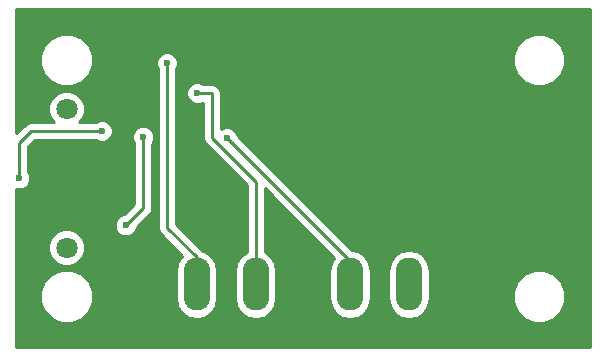
<source format=gbr>
G04 #@! TF.GenerationSoftware,KiCad,Pcbnew,(2017-03-04 revision f18196186)-makepkg*
G04 #@! TF.CreationDate,2017-04-23T22:00:32+02:00*
G04 #@! TF.ProjectId,SPI PT100,5350492050543130302E6B696361645F,1.0*
G04 #@! TF.FileFunction,Copper,L2,Bot,Signal*
G04 #@! TF.FilePolarity,Positive*
%FSLAX46Y46*%
G04 Gerber Fmt 4.6, Leading zero omitted, Abs format (unit mm)*
G04 Created by KiCad (PCBNEW (2017-03-04 revision f18196186)-makepkg) date 04/23/17 22:00:32*
%MOMM*%
%LPD*%
G01*
G04 APERTURE LIST*
%ADD10C,0.100000*%
%ADD11O,2.250000X4.500000*%
%ADD12C,1.800000*%
%ADD13C,0.600000*%
%ADD14C,0.250000*%
%ADD15C,0.254000*%
G04 APERTURE END LIST*
D10*
D11*
X29000000Y1000000D03*
X24000000Y1000000D03*
X16000000Y1000000D03*
X11000000Y1000000D03*
D12*
X0Y4132500D03*
X0Y15867500D03*
D13*
X13590000Y13400000D03*
X11500000Y13000000D03*
X22000000Y18500000D03*
X20500000Y8500000D03*
X-3000000Y16000000D03*
X7500000Y9500000D03*
X5000000Y10500000D03*
X10500000Y7500000D03*
X8510000Y19750000D03*
X-4000000Y10000000D03*
X3000000Y14000000D03*
X5000000Y6000000D03*
X6500000Y13500000D03*
X11050000Y17210000D03*
D14*
X13590000Y13400000D02*
X24000000Y2990000D01*
X24000000Y2990000D02*
X24000000Y1000000D01*
X11000000Y1000000D02*
X11000000Y3290000D01*
X8510000Y5780000D02*
X8510000Y19750000D01*
X11000000Y3290000D02*
X8510000Y5780000D01*
X-4000000Y13000000D02*
X-4000000Y10000000D01*
X-3000000Y14000000D02*
X-4000000Y13000000D01*
X3000000Y14000000D02*
X-3000000Y14000000D01*
X5000000Y6000000D02*
X6500000Y7500000D01*
X6500000Y7500000D02*
X6500000Y13500000D01*
X16000000Y1000000D02*
X16000000Y9720000D01*
X12320000Y17210000D02*
X11050000Y17210000D01*
X12320000Y13400000D02*
X12320000Y17210000D01*
X16000000Y9720000D02*
X12320000Y13400000D01*
D15*
G36*
X44290000Y-4290000D02*
X-4290000Y-4290000D01*
X-4290000Y-442619D01*
X-2235387Y-442619D01*
X-1895845Y-1264372D01*
X-1267679Y-1893636D01*
X-446519Y-2234611D01*
X442619Y-2235387D01*
X1264372Y-1895845D01*
X1893636Y-1267679D01*
X2234611Y-446519D01*
X2235387Y442619D01*
X1895845Y1264372D01*
X1267679Y1893636D01*
X446519Y2234611D01*
X-442619Y2235387D01*
X-1264372Y1895845D01*
X-1893636Y1267679D01*
X-2234611Y446519D01*
X-2235387Y-442619D01*
X-4290000Y-442619D01*
X-4290000Y3828509D01*
X-1535265Y3828509D01*
X-1302068Y3264129D01*
X-870643Y2831949D01*
X-306670Y2597767D01*
X303991Y2597235D01*
X868371Y2830432D01*
X1300551Y3261857D01*
X1534733Y3825830D01*
X1535265Y4436491D01*
X1302068Y5000871D01*
X870643Y5433051D01*
X306670Y5667233D01*
X-303991Y5667765D01*
X-868371Y5434568D01*
X-1300551Y5003143D01*
X-1534733Y4439170D01*
X-1535265Y3828509D01*
X-4290000Y3828509D01*
X-4290000Y5814833D01*
X4064838Y5814833D01*
X4206883Y5471057D01*
X4469673Y5207808D01*
X4813201Y5065162D01*
X5185167Y5064838D01*
X5528943Y5206883D01*
X5792192Y5469673D01*
X5934838Y5813201D01*
X5934879Y5860077D01*
X7037401Y6962599D01*
X7202148Y7209160D01*
X7260000Y7500000D01*
X7260000Y12937537D01*
X7292192Y12969673D01*
X7434838Y13313201D01*
X7435162Y13685167D01*
X7293117Y14028943D01*
X7030327Y14292192D01*
X6686799Y14434838D01*
X6314833Y14435162D01*
X5971057Y14293117D01*
X5707808Y14030327D01*
X5565162Y13686799D01*
X5564838Y13314833D01*
X5706883Y12971057D01*
X5740000Y12937882D01*
X5740000Y7814802D01*
X4860320Y6935122D01*
X4814833Y6935162D01*
X4471057Y6793117D01*
X4207808Y6530327D01*
X4065162Y6186799D01*
X4064838Y5814833D01*
X-4290000Y5814833D01*
X-4290000Y9108015D01*
X-4186799Y9065162D01*
X-3814833Y9064838D01*
X-3471057Y9206883D01*
X-3207808Y9469673D01*
X-3065162Y9813201D01*
X-3064838Y10185167D01*
X-3206883Y10528943D01*
X-3240000Y10562118D01*
X-3240000Y12685198D01*
X-2685198Y13240000D01*
X2437537Y13240000D01*
X2469673Y13207808D01*
X2813201Y13065162D01*
X3185167Y13064838D01*
X3528943Y13206883D01*
X3792192Y13469673D01*
X3934838Y13813201D01*
X3935162Y14185167D01*
X3793117Y14528943D01*
X3530327Y14792192D01*
X3186799Y14934838D01*
X2814833Y14935162D01*
X2471057Y14793117D01*
X2437882Y14760000D01*
X1063279Y14760000D01*
X1300551Y14996857D01*
X1534733Y15560830D01*
X1535265Y16171491D01*
X1302068Y16735871D01*
X870643Y17168051D01*
X306670Y17402233D01*
X-303991Y17402765D01*
X-868371Y17169568D01*
X-1300551Y16738143D01*
X-1534733Y16174170D01*
X-1535265Y15563509D01*
X-1302068Y14999129D01*
X-1063357Y14760000D01*
X-3000000Y14760000D01*
X-3290839Y14702148D01*
X-3537401Y14537401D01*
X-4290000Y13784802D01*
X-4290000Y19557381D01*
X-2235387Y19557381D01*
X-1895845Y18735628D01*
X-1267679Y18106364D01*
X-446519Y17765389D01*
X442619Y17764613D01*
X1264372Y18104155D01*
X1893636Y18732321D01*
X2234611Y19553481D01*
X2234620Y19564833D01*
X7574838Y19564833D01*
X7716883Y19221057D01*
X7750000Y19187882D01*
X7750000Y5780000D01*
X7807852Y5489161D01*
X7972599Y5242599D01*
X9775680Y3439518D01*
X9755492Y3426028D01*
X9373972Y2855043D01*
X9240000Y2181520D01*
X9240000Y-181520D01*
X9373972Y-855043D01*
X9755492Y-1426028D01*
X10326477Y-1807548D01*
X11000000Y-1941520D01*
X11673523Y-1807548D01*
X12244508Y-1426028D01*
X12626028Y-855043D01*
X12760000Y-181520D01*
X12760000Y2181520D01*
X12626028Y2855043D01*
X12244508Y3426028D01*
X11673523Y3807548D01*
X11528384Y3836418D01*
X9270000Y6094802D01*
X9270000Y17024833D01*
X10114838Y17024833D01*
X10256883Y16681057D01*
X10519673Y16417808D01*
X10863201Y16275162D01*
X11235167Y16274838D01*
X11560000Y16409056D01*
X11560000Y13400000D01*
X11617852Y13109161D01*
X11782599Y12862599D01*
X15240000Y9405198D01*
X15240000Y3749766D01*
X14755492Y3426028D01*
X14373972Y2855043D01*
X14240000Y2181520D01*
X14240000Y-181520D01*
X14373972Y-855043D01*
X14755492Y-1426028D01*
X15326477Y-1807548D01*
X16000000Y-1941520D01*
X16673523Y-1807548D01*
X17244508Y-1426028D01*
X17626028Y-855043D01*
X17760000Y-181520D01*
X17760000Y2181520D01*
X17626028Y2855043D01*
X17244508Y3426028D01*
X16760000Y3749766D01*
X16760000Y9155198D01*
X22648818Y3266380D01*
X22373972Y2855043D01*
X22240000Y2181520D01*
X22240000Y-181520D01*
X22373972Y-855043D01*
X22755492Y-1426028D01*
X23326477Y-1807548D01*
X24000000Y-1941520D01*
X24673523Y-1807548D01*
X25244508Y-1426028D01*
X25626028Y-855043D01*
X25760000Y-181520D01*
X25760000Y2181520D01*
X27240000Y2181520D01*
X27240000Y-181520D01*
X27373972Y-855043D01*
X27755492Y-1426028D01*
X28326477Y-1807548D01*
X29000000Y-1941520D01*
X29673523Y-1807548D01*
X30244508Y-1426028D01*
X30626028Y-855043D01*
X30708064Y-442619D01*
X37764613Y-442619D01*
X38104155Y-1264372D01*
X38732321Y-1893636D01*
X39553481Y-2234611D01*
X40442619Y-2235387D01*
X41264372Y-1895845D01*
X41893636Y-1267679D01*
X42234611Y-446519D01*
X42235387Y442619D01*
X41895845Y1264372D01*
X41267679Y1893636D01*
X40446519Y2234611D01*
X39557381Y2235387D01*
X38735628Y1895845D01*
X38106364Y1267679D01*
X37765389Y446519D01*
X37764613Y-442619D01*
X30708064Y-442619D01*
X30760000Y-181520D01*
X30760000Y2181520D01*
X30626028Y2855043D01*
X30244508Y3426028D01*
X29673523Y3807548D01*
X29000000Y3941520D01*
X28326477Y3807548D01*
X27755492Y3426028D01*
X27373972Y2855043D01*
X27240000Y2181520D01*
X25760000Y2181520D01*
X25626028Y2855043D01*
X25244508Y3426028D01*
X24673523Y3807548D01*
X24153893Y3910909D01*
X14525122Y13539680D01*
X14525162Y13585167D01*
X14383117Y13928943D01*
X14120327Y14192192D01*
X13776799Y14334838D01*
X13404833Y14335162D01*
X13080000Y14200944D01*
X13080000Y17210000D01*
X13022148Y17500839D01*
X12857401Y17747401D01*
X12610839Y17912148D01*
X12320000Y17970000D01*
X11612463Y17970000D01*
X11580327Y18002192D01*
X11236799Y18144838D01*
X10864833Y18145162D01*
X10521057Y18003117D01*
X10257808Y17740327D01*
X10115162Y17396799D01*
X10114838Y17024833D01*
X9270000Y17024833D01*
X9270000Y19187537D01*
X9302192Y19219673D01*
X9442421Y19557381D01*
X37764613Y19557381D01*
X38104155Y18735628D01*
X38732321Y18106364D01*
X39553481Y17765389D01*
X40442619Y17764613D01*
X41264372Y18104155D01*
X41893636Y18732321D01*
X42234611Y19553481D01*
X42235387Y20442619D01*
X41895845Y21264372D01*
X41267679Y21893636D01*
X40446519Y22234611D01*
X39557381Y22235387D01*
X38735628Y21895845D01*
X38106364Y21267679D01*
X37765389Y20446519D01*
X37764613Y19557381D01*
X9442421Y19557381D01*
X9444838Y19563201D01*
X9445162Y19935167D01*
X9303117Y20278943D01*
X9040327Y20542192D01*
X8696799Y20684838D01*
X8324833Y20685162D01*
X7981057Y20543117D01*
X7717808Y20280327D01*
X7575162Y19936799D01*
X7574838Y19564833D01*
X2234620Y19564833D01*
X2235387Y20442619D01*
X1895845Y21264372D01*
X1267679Y21893636D01*
X446519Y22234611D01*
X-442619Y22235387D01*
X-1264372Y21895845D01*
X-1893636Y21267679D01*
X-2234611Y20446519D01*
X-2235387Y19557381D01*
X-4290000Y19557381D01*
X-4290000Y24290000D01*
X44290000Y24290000D01*
X44290000Y-4290000D01*
X44290000Y-4290000D01*
G37*
X44290000Y-4290000D02*
X-4290000Y-4290000D01*
X-4290000Y-442619D01*
X-2235387Y-442619D01*
X-1895845Y-1264372D01*
X-1267679Y-1893636D01*
X-446519Y-2234611D01*
X442619Y-2235387D01*
X1264372Y-1895845D01*
X1893636Y-1267679D01*
X2234611Y-446519D01*
X2235387Y442619D01*
X1895845Y1264372D01*
X1267679Y1893636D01*
X446519Y2234611D01*
X-442619Y2235387D01*
X-1264372Y1895845D01*
X-1893636Y1267679D01*
X-2234611Y446519D01*
X-2235387Y-442619D01*
X-4290000Y-442619D01*
X-4290000Y3828509D01*
X-1535265Y3828509D01*
X-1302068Y3264129D01*
X-870643Y2831949D01*
X-306670Y2597767D01*
X303991Y2597235D01*
X868371Y2830432D01*
X1300551Y3261857D01*
X1534733Y3825830D01*
X1535265Y4436491D01*
X1302068Y5000871D01*
X870643Y5433051D01*
X306670Y5667233D01*
X-303991Y5667765D01*
X-868371Y5434568D01*
X-1300551Y5003143D01*
X-1534733Y4439170D01*
X-1535265Y3828509D01*
X-4290000Y3828509D01*
X-4290000Y5814833D01*
X4064838Y5814833D01*
X4206883Y5471057D01*
X4469673Y5207808D01*
X4813201Y5065162D01*
X5185167Y5064838D01*
X5528943Y5206883D01*
X5792192Y5469673D01*
X5934838Y5813201D01*
X5934879Y5860077D01*
X7037401Y6962599D01*
X7202148Y7209160D01*
X7260000Y7500000D01*
X7260000Y12937537D01*
X7292192Y12969673D01*
X7434838Y13313201D01*
X7435162Y13685167D01*
X7293117Y14028943D01*
X7030327Y14292192D01*
X6686799Y14434838D01*
X6314833Y14435162D01*
X5971057Y14293117D01*
X5707808Y14030327D01*
X5565162Y13686799D01*
X5564838Y13314833D01*
X5706883Y12971057D01*
X5740000Y12937882D01*
X5740000Y7814802D01*
X4860320Y6935122D01*
X4814833Y6935162D01*
X4471057Y6793117D01*
X4207808Y6530327D01*
X4065162Y6186799D01*
X4064838Y5814833D01*
X-4290000Y5814833D01*
X-4290000Y9108015D01*
X-4186799Y9065162D01*
X-3814833Y9064838D01*
X-3471057Y9206883D01*
X-3207808Y9469673D01*
X-3065162Y9813201D01*
X-3064838Y10185167D01*
X-3206883Y10528943D01*
X-3240000Y10562118D01*
X-3240000Y12685198D01*
X-2685198Y13240000D01*
X2437537Y13240000D01*
X2469673Y13207808D01*
X2813201Y13065162D01*
X3185167Y13064838D01*
X3528943Y13206883D01*
X3792192Y13469673D01*
X3934838Y13813201D01*
X3935162Y14185167D01*
X3793117Y14528943D01*
X3530327Y14792192D01*
X3186799Y14934838D01*
X2814833Y14935162D01*
X2471057Y14793117D01*
X2437882Y14760000D01*
X1063279Y14760000D01*
X1300551Y14996857D01*
X1534733Y15560830D01*
X1535265Y16171491D01*
X1302068Y16735871D01*
X870643Y17168051D01*
X306670Y17402233D01*
X-303991Y17402765D01*
X-868371Y17169568D01*
X-1300551Y16738143D01*
X-1534733Y16174170D01*
X-1535265Y15563509D01*
X-1302068Y14999129D01*
X-1063357Y14760000D01*
X-3000000Y14760000D01*
X-3290839Y14702148D01*
X-3537401Y14537401D01*
X-4290000Y13784802D01*
X-4290000Y19557381D01*
X-2235387Y19557381D01*
X-1895845Y18735628D01*
X-1267679Y18106364D01*
X-446519Y17765389D01*
X442619Y17764613D01*
X1264372Y18104155D01*
X1893636Y18732321D01*
X2234611Y19553481D01*
X2234620Y19564833D01*
X7574838Y19564833D01*
X7716883Y19221057D01*
X7750000Y19187882D01*
X7750000Y5780000D01*
X7807852Y5489161D01*
X7972599Y5242599D01*
X9775680Y3439518D01*
X9755492Y3426028D01*
X9373972Y2855043D01*
X9240000Y2181520D01*
X9240000Y-181520D01*
X9373972Y-855043D01*
X9755492Y-1426028D01*
X10326477Y-1807548D01*
X11000000Y-1941520D01*
X11673523Y-1807548D01*
X12244508Y-1426028D01*
X12626028Y-855043D01*
X12760000Y-181520D01*
X12760000Y2181520D01*
X12626028Y2855043D01*
X12244508Y3426028D01*
X11673523Y3807548D01*
X11528384Y3836418D01*
X9270000Y6094802D01*
X9270000Y17024833D01*
X10114838Y17024833D01*
X10256883Y16681057D01*
X10519673Y16417808D01*
X10863201Y16275162D01*
X11235167Y16274838D01*
X11560000Y16409056D01*
X11560000Y13400000D01*
X11617852Y13109161D01*
X11782599Y12862599D01*
X15240000Y9405198D01*
X15240000Y3749766D01*
X14755492Y3426028D01*
X14373972Y2855043D01*
X14240000Y2181520D01*
X14240000Y-181520D01*
X14373972Y-855043D01*
X14755492Y-1426028D01*
X15326477Y-1807548D01*
X16000000Y-1941520D01*
X16673523Y-1807548D01*
X17244508Y-1426028D01*
X17626028Y-855043D01*
X17760000Y-181520D01*
X17760000Y2181520D01*
X17626028Y2855043D01*
X17244508Y3426028D01*
X16760000Y3749766D01*
X16760000Y9155198D01*
X22648818Y3266380D01*
X22373972Y2855043D01*
X22240000Y2181520D01*
X22240000Y-181520D01*
X22373972Y-855043D01*
X22755492Y-1426028D01*
X23326477Y-1807548D01*
X24000000Y-1941520D01*
X24673523Y-1807548D01*
X25244508Y-1426028D01*
X25626028Y-855043D01*
X25760000Y-181520D01*
X25760000Y2181520D01*
X27240000Y2181520D01*
X27240000Y-181520D01*
X27373972Y-855043D01*
X27755492Y-1426028D01*
X28326477Y-1807548D01*
X29000000Y-1941520D01*
X29673523Y-1807548D01*
X30244508Y-1426028D01*
X30626028Y-855043D01*
X30708064Y-442619D01*
X37764613Y-442619D01*
X38104155Y-1264372D01*
X38732321Y-1893636D01*
X39553481Y-2234611D01*
X40442619Y-2235387D01*
X41264372Y-1895845D01*
X41893636Y-1267679D01*
X42234611Y-446519D01*
X42235387Y442619D01*
X41895845Y1264372D01*
X41267679Y1893636D01*
X40446519Y2234611D01*
X39557381Y2235387D01*
X38735628Y1895845D01*
X38106364Y1267679D01*
X37765389Y446519D01*
X37764613Y-442619D01*
X30708064Y-442619D01*
X30760000Y-181520D01*
X30760000Y2181520D01*
X30626028Y2855043D01*
X30244508Y3426028D01*
X29673523Y3807548D01*
X29000000Y3941520D01*
X28326477Y3807548D01*
X27755492Y3426028D01*
X27373972Y2855043D01*
X27240000Y2181520D01*
X25760000Y2181520D01*
X25626028Y2855043D01*
X25244508Y3426028D01*
X24673523Y3807548D01*
X24153893Y3910909D01*
X14525122Y13539680D01*
X14525162Y13585167D01*
X14383117Y13928943D01*
X14120327Y14192192D01*
X13776799Y14334838D01*
X13404833Y14335162D01*
X13080000Y14200944D01*
X13080000Y17210000D01*
X13022148Y17500839D01*
X12857401Y17747401D01*
X12610839Y17912148D01*
X12320000Y17970000D01*
X11612463Y17970000D01*
X11580327Y18002192D01*
X11236799Y18144838D01*
X10864833Y18145162D01*
X10521057Y18003117D01*
X10257808Y17740327D01*
X10115162Y17396799D01*
X10114838Y17024833D01*
X9270000Y17024833D01*
X9270000Y19187537D01*
X9302192Y19219673D01*
X9442421Y19557381D01*
X37764613Y19557381D01*
X38104155Y18735628D01*
X38732321Y18106364D01*
X39553481Y17765389D01*
X40442619Y17764613D01*
X41264372Y18104155D01*
X41893636Y18732321D01*
X42234611Y19553481D01*
X42235387Y20442619D01*
X41895845Y21264372D01*
X41267679Y21893636D01*
X40446519Y22234611D01*
X39557381Y22235387D01*
X38735628Y21895845D01*
X38106364Y21267679D01*
X37765389Y20446519D01*
X37764613Y19557381D01*
X9442421Y19557381D01*
X9444838Y19563201D01*
X9445162Y19935167D01*
X9303117Y20278943D01*
X9040327Y20542192D01*
X8696799Y20684838D01*
X8324833Y20685162D01*
X7981057Y20543117D01*
X7717808Y20280327D01*
X7575162Y19936799D01*
X7574838Y19564833D01*
X2234620Y19564833D01*
X2235387Y20442619D01*
X1895845Y21264372D01*
X1267679Y21893636D01*
X446519Y22234611D01*
X-442619Y22235387D01*
X-1264372Y21895845D01*
X-1893636Y21267679D01*
X-2234611Y20446519D01*
X-2235387Y19557381D01*
X-4290000Y19557381D01*
X-4290000Y24290000D01*
X44290000Y24290000D01*
X44290000Y-4290000D01*
M02*

</source>
